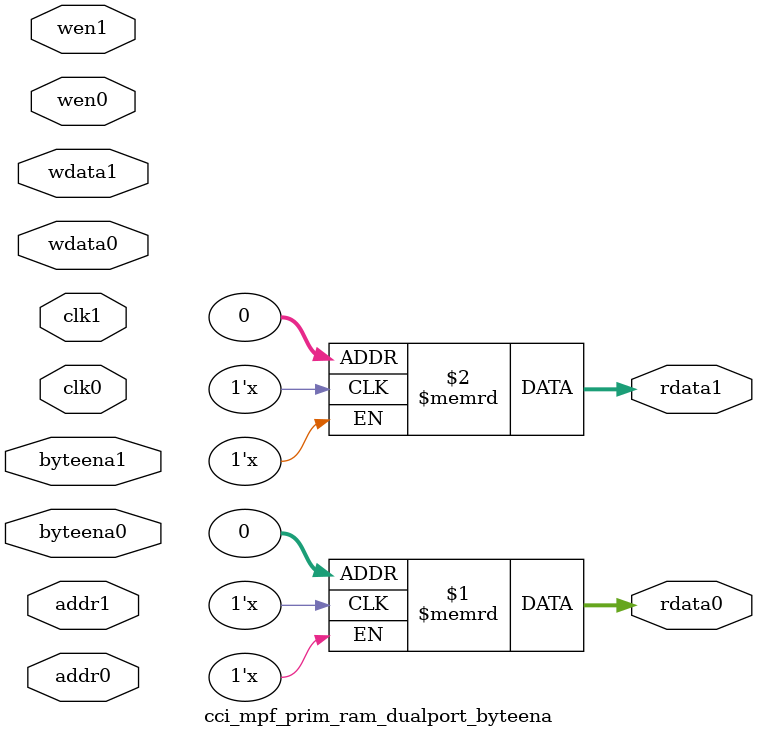
<source format=sv>


module cci_mpf_prim_ram_dualport_byteena
  #(
    parameter N_ENTRIES = 32,
    parameter N_DATA_BITS = 64,
    // Number of extra stages of output register buffering to add
    parameter N_OUTPUT_REG_STAGES = 0,

    // Size of a byte
    parameter N_BYTE_BITS = 8,

    // Default returns new data for reads on same port as a write.
    // (No NBE read means return X in masked bytes.)
    // Set to OLD_DATA to return the current value.
    parameter READ_DURING_WRITE_MODE_PORT_A = "NEW_DATA_NO_NBE_READ",
    parameter READ_DURING_WRITE_MODE_PORT_B = "NEW_DATA_NO_NBE_READ"
    )
   (
    input  logic clk0,
    input  logic [$clog2(N_ENTRIES)-1 : 0] addr0,
    input  logic wen0,
    input  logic [(N_DATA_BITS / N_BYTE_BITS)-1 : 0] byteena0,
    input  logic [N_DATA_BITS-1 : 0] wdata0,
    output logic [N_DATA_BITS-1 : 0] rdata0,

    input  logic clk1,
    input  logic [$clog2(N_ENTRIES)-1 : 0] addr1,
    input  logic wen1,
    input  logic [(N_DATA_BITS / N_BYTE_BITS)-1 : 0] byteena1,
    input  logic [N_DATA_BITS-1 : 0] wdata1,
    output logic [N_DATA_BITS-1 : 0] rdata1
    );


    logic [N_DATA_BITS-1 : 0] mem_rd0[0 : N_OUTPUT_REG_STAGES];
    assign rdata0 = mem_rd0[N_OUTPUT_REG_STAGES];

    logic [N_DATA_BITS-1 : 0] mem_rd1[0 : N_OUTPUT_REG_STAGES];
    assign rdata1 = mem_rd1[N_OUTPUT_REG_STAGES];

    // If the output data is registered then request a register stage in
    // the megafunction, giving it an opportunity to optimize the location.
    //
    localparam OUTDATA_REGISTERED0 = (N_OUTPUT_REG_STAGES == 0) ? "UNREGISTERED" :
                                                                  "CLOCK0";
    localparam OUTDATA_REGISTERED1 = (N_OUTPUT_REG_STAGES == 0) ? "UNREGISTERED" :
                                                                  "CLOCK1";
    localparam OUTDATA_IDX = (N_OUTPUT_REG_STAGES == 0) ? 0 : 1;


    altsyncram
      #(
        .operation_mode("BIDIR_DUAL_PORT"),
        .byte_size(N_BYTE_BITS),
        .width_a(N_DATA_BITS),
        .width_byteena_a(N_DATA_BITS / N_BYTE_BITS),
        .widthad_a($clog2(N_ENTRIES)),
        .numwords_a(N_ENTRIES),
        .width_b(N_DATA_BITS),
        .width_byteena_b(N_DATA_BITS / N_BYTE_BITS),
        .widthad_b($clog2(N_ENTRIES)),
        .numwords_b(N_ENTRIES),
        .outdata_reg_a(OUTDATA_REGISTERED0),
        .rdcontrol_reg_b("CLOCK1"),
        .address_reg_b("CLOCK1"),
        .outdata_reg_b(OUTDATA_REGISTERED1),
        .read_during_write_mode_mixed_ports("DONT_CARE"),
        .read_during_write_mode_port_a(READ_DURING_WRITE_MODE_PORT_A),
        .read_during_write_mode_port_b(READ_DURING_WRITE_MODE_PORT_B)
        )
      data
       (
        .clock0(clk0),
        .clock1(clk1),

        .wren_a(wen0),
        .byteena_a(byteena0),
        .address_a(addr0),
        .data_a(wdata0),
        .q_a(mem_rd0[OUTDATA_IDX]),

        .wren_b(wen1),
        .byteena_b(byteena1),
        .address_b(addr1),
        .data_b(wdata1),
        .q_b(mem_rd1[OUTDATA_IDX]),

        // Legally unconnected ports -- get rid of lint errors
        .rden_a(),
        .rden_b(),
        .clocken0(),
        .clocken1(),
        .clocken2(),
        .clocken3(),
        .aclr0(),
        .aclr1(),
        .addressstall_a(),
        .addressstall_b(),
        .eccstatus()
        );


    genvar s;
    generate
        for (s = 1; s < N_OUTPUT_REG_STAGES; s = s + 1)
        begin: r
            always_ff @(posedge clk0)
            begin
                mem_rd0[s+1] <= mem_rd0[s];
            end

            always_ff @(posedge clk1)
            begin
                mem_rd1[s+1] <= mem_rd1[s];
            end
        end
    endgenerate

endmodule // cci_mpf_prim_ram_dualport_byteena

</source>
